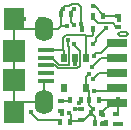
<source format=gtl>
%TF.GenerationSoftware,KiCad,Pcbnew,4.0.7+dfsg1-1*%
%TF.CreationDate,2017-09-29T19:36:36+02:00*%
%TF.ProjectId,fx2grok-tiny,66783267726F6B2D74696E792E6B6963,1*%
%TF.FileFunction,Copper,L1,Top,Signal*%
%FSLAX46Y46*%
G04 Gerber Fmt 4.6, Leading zero omitted, Abs format (unit mm)*
G04 Created by KiCad (PCBNEW 4.0.7+dfsg1-1) date Fri Sep 29 19:36:36 2017*
%MOMM*%
%LPD*%
G01*
G04 APERTURE LIST*
%ADD10C,0.150000*%
%ADD11C,0.127000*%
%ADD12R,0.398780X0.599440*%
%ADD13R,0.508000X0.762000*%
%ADD14R,0.599440X0.398780*%
%ADD15R,1.800300X0.759460*%
%ADD16R,1.348740X0.398780*%
%ADD17O,1.600200X2.100580*%
%ADD18R,1.699920X1.899920*%
%ADD19R,1.899920X1.899920*%
%ADD20C,0.449580*%
G04 APERTURE END LIST*
D10*
D11*
X77641970Y-40579486D02*
X77641970Y-40638914D01*
X77680160Y-40698343D01*
X77718350Y-40728057D01*
X77794731Y-40757771D01*
X77947493Y-40787486D01*
X78138446Y-40787486D01*
X78291208Y-40757771D01*
X78367589Y-40728057D01*
X78405779Y-40698343D01*
X78443970Y-40638914D01*
X78443970Y-40579486D01*
X78405779Y-40520057D01*
X78367589Y-40490343D01*
X78291208Y-40460628D01*
X78138446Y-40430914D01*
X77947493Y-40430914D01*
X77794731Y-40460628D01*
X77718350Y-40490343D01*
X77680160Y-40520057D01*
X77641970Y-40579486D01*
D12*
X75131580Y-46209200D03*
X76030740Y-46209200D03*
X75510740Y-40199200D03*
X74611580Y-40199200D03*
X76390740Y-39089200D03*
X75491580Y-39089200D03*
D13*
X74943660Y-42669200D03*
X73038660Y-42669200D03*
X74943660Y-45209200D03*
X73991160Y-42669200D03*
X73038660Y-45209200D03*
D12*
X73670740Y-38919200D03*
X72771580Y-38919200D03*
X73600740Y-48029200D03*
X72701580Y-48029200D03*
X75321580Y-47299200D03*
X76220740Y-47299200D03*
X75671580Y-48169200D03*
X76570740Y-48169200D03*
D14*
X74531160Y-47868780D03*
X74531160Y-46969620D03*
X77461160Y-48238780D03*
X77461160Y-47339620D03*
X77591160Y-39120040D03*
X77591160Y-40019200D03*
D15*
X77581160Y-46484440D03*
X77581160Y-45209360D03*
X77581160Y-43934280D03*
X77581160Y-42659200D03*
X77581160Y-41384120D03*
D16*
X71500380Y-41969840D03*
X71500380Y-42620080D03*
X71500380Y-43270320D03*
X71500380Y-43920560D03*
X71500380Y-44570800D03*
D17*
X71401320Y-40171520D03*
X71401320Y-46371660D03*
D18*
X68851160Y-47169220D03*
D19*
X68851160Y-44469200D03*
X68851160Y-42071440D03*
D18*
X68851160Y-39371420D03*
D14*
X72801160Y-47158780D03*
X72801160Y-46259620D03*
D12*
X74460740Y-46179200D03*
X73561580Y-46179200D03*
D20*
X73401567Y-41133456D03*
X73883623Y-41449806D03*
X75561160Y-42449200D03*
X75452665Y-43407472D03*
X75541160Y-44439200D03*
X75571160Y-45439200D03*
X70229990Y-47240379D03*
X75501160Y-41449200D03*
X76571160Y-40109200D03*
X74001160Y-46953992D03*
X74341160Y-46418438D03*
X77621160Y-46099200D03*
X71401320Y-46371660D03*
X75527580Y-39270431D03*
X76301160Y-48219200D03*
X71344558Y-40732598D03*
X69631160Y-39339200D03*
X69338686Y-47462012D03*
X76379544Y-47494500D03*
X73991160Y-43109200D03*
X74498152Y-39717541D03*
X73328003Y-39943971D03*
X72931160Y-38449200D03*
X71003160Y-39351200D03*
X68671160Y-42399200D03*
X68161160Y-39859200D03*
X77731160Y-39409200D03*
X73471160Y-47269200D03*
X75201160Y-43949200D03*
X75493456Y-46963447D03*
X75491160Y-38269200D03*
X73895363Y-39832586D03*
X73911160Y-38499200D03*
X77861160Y-48189200D03*
X72851160Y-47377688D03*
D11*
X72986276Y-41946816D02*
X73038660Y-41999200D01*
X74951160Y-40780363D02*
X74888962Y-40718165D01*
X72986276Y-40934115D02*
X72986276Y-41946816D01*
X73202226Y-40718165D02*
X72986276Y-40934115D01*
X74888962Y-40718165D02*
X73202226Y-40718165D01*
X73038660Y-41999200D02*
X73038660Y-42161200D01*
X72847300Y-41969840D02*
X73009300Y-41969840D01*
X73009300Y-41969840D02*
X73038660Y-41999200D01*
X74943660Y-42669200D02*
X74943660Y-42161200D01*
X74943660Y-42161200D02*
X74951160Y-42153700D01*
X74951160Y-40780363D02*
X75394997Y-40780363D01*
X74951160Y-42153700D02*
X74951160Y-40780363D01*
X75394997Y-40780363D02*
X75510740Y-40664620D01*
X75510740Y-40664620D02*
X75510740Y-40199200D01*
X72847300Y-41969840D02*
X71500380Y-41969840D01*
X73038660Y-42669200D02*
X73038660Y-42161200D01*
X73038660Y-42542200D02*
X73038660Y-42669200D01*
X73506405Y-43179357D02*
X73506405Y-41687221D01*
X73445061Y-43240701D02*
X73506405Y-43179357D01*
X73401567Y-41451357D02*
X73401567Y-41133456D01*
X73506405Y-41687221D02*
X73401567Y-41582383D01*
X72011638Y-42620080D02*
X72632259Y-43240701D01*
X71500380Y-42620080D02*
X72011638Y-42620080D01*
X72632259Y-43240701D02*
X73445061Y-43240701D01*
X73401567Y-41582383D02*
X73401567Y-41451357D01*
X72302653Y-43270320D02*
X72556825Y-43524492D01*
X74435661Y-43279332D02*
X74435661Y-42001844D01*
X74190501Y-43524492D02*
X74435661Y-43279332D01*
X72556825Y-43524492D02*
X74190501Y-43524492D01*
X71500380Y-43270320D02*
X72302653Y-43270320D01*
X74435661Y-42001844D02*
X74108412Y-41674595D01*
X74108412Y-41674595D02*
X73883623Y-41449806D01*
X75561160Y-42449200D02*
X75785949Y-42224411D01*
X75785949Y-42224411D02*
X76220449Y-42224411D01*
X77060740Y-41384120D02*
X77581160Y-41384120D01*
X76220449Y-42224411D02*
X77060740Y-41384120D01*
X75452665Y-43407472D02*
X76200937Y-42659200D01*
X76200937Y-42659200D02*
X77581160Y-42659200D01*
X77206369Y-42683960D02*
X77621160Y-42683960D01*
X75541160Y-44439200D02*
X76046080Y-43934280D01*
X76046080Y-43934280D02*
X77581160Y-43934280D01*
X76932049Y-43959040D02*
X77621160Y-43959040D01*
X77000740Y-43959040D02*
X77621160Y-43959040D01*
X75571160Y-45439200D02*
X77351320Y-45439200D01*
X77351320Y-45439200D02*
X77581160Y-45209360D01*
X77021311Y-45234120D02*
X77621160Y-45234120D01*
X77606240Y-45219200D02*
X77621160Y-45234120D01*
X70880424Y-47919200D02*
X72616730Y-47919200D01*
X72616730Y-47919200D02*
X72616730Y-47979200D01*
X70266795Y-47305571D02*
X70880424Y-47919200D01*
X75725949Y-40954411D02*
X76571160Y-40109200D01*
X75725949Y-41224411D02*
X75725949Y-40954411D01*
X75501160Y-41449200D02*
X75725949Y-41224411D01*
X74001160Y-46953992D02*
X74526788Y-46953992D01*
X74526788Y-46953992D02*
X74591160Y-46889620D01*
X74460740Y-46179200D02*
X74460740Y-46298858D01*
X74460740Y-46298858D02*
X74341160Y-46418438D01*
X76030740Y-46209200D02*
X77305920Y-46209200D01*
X77305920Y-46209200D02*
X77581160Y-46484440D01*
X77621160Y-46509200D02*
X77621160Y-46099200D01*
X71573780Y-46199200D02*
X71401320Y-46371660D01*
X75752369Y-39495220D02*
X75527580Y-39270431D01*
X77164440Y-39692810D02*
X75949959Y-39692810D01*
X77490830Y-40019200D02*
X77164440Y-39692810D01*
X77591160Y-40019200D02*
X77490830Y-40019200D01*
X75949959Y-39692810D02*
X75752369Y-39495220D01*
X72771580Y-39938780D02*
X72538840Y-40171520D01*
X72538840Y-40171520D02*
X71401320Y-40171520D01*
X72771580Y-39938780D02*
X72776771Y-39943971D01*
X72776771Y-39943971D02*
X73328003Y-39943971D01*
X72771580Y-38919200D02*
X72771580Y-39938780D01*
X76301160Y-48219200D02*
X76430740Y-48219200D01*
X76430740Y-48219200D02*
X76560740Y-48089200D01*
X76379544Y-47176599D02*
X76379544Y-47494500D01*
X77000740Y-46509200D02*
X76379544Y-47130396D01*
X76379544Y-47130396D02*
X76379544Y-47176599D01*
X77621160Y-46509200D02*
X77000740Y-46509200D01*
X74261160Y-38039200D02*
X74498152Y-38276192D01*
X74498152Y-38276192D02*
X74498152Y-39717541D01*
X73701160Y-38039200D02*
X74261160Y-38039200D01*
X73515949Y-38224411D02*
X73701160Y-38039200D01*
X72931160Y-38449200D02*
X73155949Y-38224411D01*
X73155949Y-38224411D02*
X73515949Y-38224411D01*
X73991160Y-42669200D02*
X73991160Y-43109200D01*
X74611580Y-40199200D02*
X74611580Y-39830969D01*
X74611580Y-39830969D02*
X74498152Y-39717541D01*
X72771580Y-38919200D02*
X72771580Y-39387548D01*
X72814860Y-38449200D02*
X72931160Y-38449200D01*
X72771580Y-38919200D02*
X72771580Y-38492480D01*
X72771580Y-38492480D02*
X72814860Y-38449200D01*
X71401320Y-40171520D02*
X71401320Y-39749360D01*
X71401320Y-39749360D02*
X71003160Y-39351200D01*
X71401320Y-46371660D02*
X71401320Y-44669860D01*
X71401320Y-44669860D02*
X71500380Y-44570800D01*
X71401320Y-46371660D02*
X69648720Y-46371660D01*
X69648720Y-46371660D02*
X68851160Y-47169220D01*
X76560740Y-48089200D02*
X76212762Y-48089200D01*
X71401320Y-40171520D02*
X69651260Y-40171520D01*
X69651260Y-40171520D02*
X68851160Y-39371420D01*
X68851160Y-47169220D02*
X68851160Y-44469200D01*
X68851160Y-44469200D02*
X68851160Y-42071440D01*
X68851160Y-42071440D02*
X68851160Y-39371420D01*
X77621160Y-46509200D02*
X77621160Y-47179620D01*
X77621160Y-47179620D02*
X77461160Y-47339620D01*
X73640740Y-47979200D02*
X73640740Y-47438780D01*
X73640740Y-47438780D02*
X73471160Y-47269200D01*
X73640740Y-47979200D02*
X74420740Y-47979200D01*
X74420740Y-47979200D02*
X74531160Y-47868780D01*
X75131580Y-46209200D02*
X75131580Y-46601571D01*
X75131580Y-46601571D02*
X75493456Y-46963447D01*
X75131580Y-46209200D02*
X75131580Y-45397120D01*
X75131580Y-45397120D02*
X74943660Y-45209200D01*
X74943660Y-45209200D02*
X74943660Y-44206700D01*
X74943660Y-44206700D02*
X75201160Y-43949200D01*
X77731160Y-39409200D02*
X77731160Y-39260040D01*
X77731160Y-39260040D02*
X77591160Y-39120040D01*
X74531160Y-47868780D02*
X74752000Y-47868780D01*
X74752000Y-47868780D02*
X75321580Y-47299200D01*
X74591160Y-47788780D02*
X74414444Y-47788780D01*
X74940740Y-45212120D02*
X74943660Y-45209200D01*
X75321580Y-47299200D02*
X75268667Y-47246287D01*
X75268667Y-47188236D02*
X75493456Y-46963447D01*
X75268667Y-47246287D02*
X75268667Y-47188236D01*
X75301160Y-47278780D02*
X75321580Y-47299200D01*
X75661580Y-48089200D02*
X75661580Y-47639200D01*
X75661580Y-47639200D02*
X75321580Y-47299200D01*
X75561580Y-47989200D02*
X75661580Y-48089200D01*
X76390740Y-39089200D02*
X76390740Y-38988870D01*
X76390740Y-38988870D02*
X75671070Y-38269200D01*
X75671070Y-38269200D02*
X75491160Y-38269200D01*
X77591160Y-39120040D02*
X76421580Y-39120040D01*
X76421580Y-39120040D02*
X76390740Y-39089200D01*
X77592000Y-39119200D02*
X77591160Y-39120040D01*
X73670740Y-38919200D02*
X73670740Y-39607963D01*
X73670740Y-39607963D02*
X73895363Y-39832586D01*
X73670740Y-38919200D02*
X73670740Y-38739620D01*
X73670740Y-38739620D02*
X73911160Y-38499200D01*
X73691160Y-38939620D02*
X73670740Y-38919200D01*
X77861160Y-48189200D02*
X77510740Y-48189200D01*
X77510740Y-48189200D02*
X77461160Y-48238780D01*
X72851160Y-47377688D02*
X72851160Y-47208780D01*
X72851160Y-47208780D02*
X72801160Y-47158780D01*
X72801160Y-46259620D02*
X73481160Y-46259620D01*
X73481160Y-46259620D02*
X73561580Y-46179200D01*
M02*

</source>
